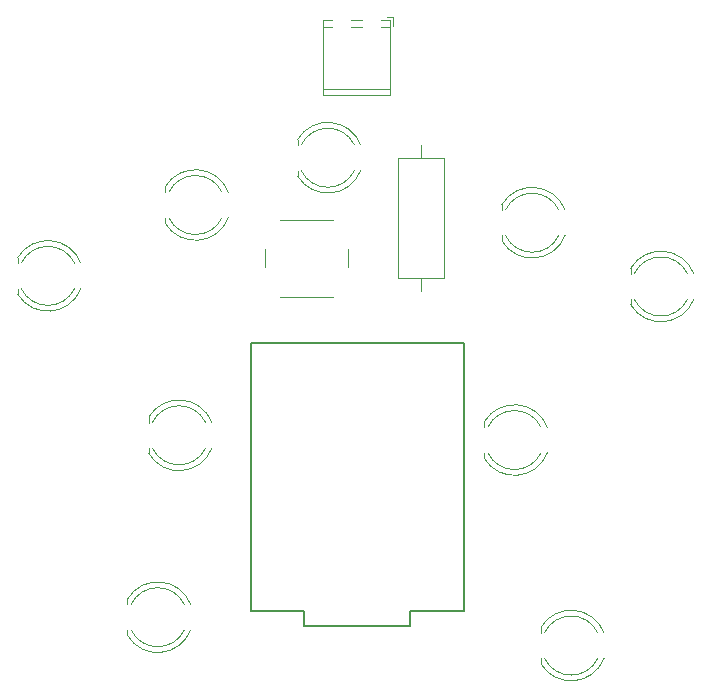
<source format=gbr>
%TF.GenerationSoftware,KiCad,Pcbnew,6.0.2+dfsg-1*%
%TF.CreationDate,2025-11-15T19:05:01+01:00*%
%TF.ProjectId,xmas,786d6173-2e6b-4696-9361-645f70636258,rev?*%
%TF.SameCoordinates,Original*%
%TF.FileFunction,Legend,Top*%
%TF.FilePolarity,Positive*%
%FSLAX46Y46*%
G04 Gerber Fmt 4.6, Leading zero omitted, Abs format (unit mm)*
G04 Created by KiCad (PCBNEW 6.0.2+dfsg-1) date 2025-11-15 19:05:01*
%MOMM*%
%LPD*%
G01*
G04 APERTURE LIST*
%ADD10C,0.120000*%
%ADD11C,0.127000*%
G04 APERTURE END LIST*
D10*
%TO.C,D9*%
X91045000Y-61555000D02*
X91045000Y-62020000D01*
X91045000Y-64180000D02*
X91045000Y-64645000D01*
X91045000Y-64644830D02*
G75*
G03*
X96392815Y-64180827I2560000J1544831D01*
G01*
X95859479Y-62019571D02*
G75*
G03*
X91350316Y-62020000I-2254479J-1080429D01*
G01*
X91350316Y-64180000D02*
G75*
G03*
X95859479Y-64180429I2254684J1080000D01*
G01*
X96392814Y-62019173D02*
G75*
G03*
X91045000Y-61555170I-2787814J-1080826D01*
G01*
%TO.C,SW1*%
X95300000Y-72350000D02*
X95300000Y-70850000D01*
X94050000Y-68350000D02*
X89550000Y-68350000D01*
X88300000Y-70850000D02*
X88300000Y-72350000D01*
X89550000Y-74850000D02*
X94050000Y-74850000D01*
%TO.C,R1*%
X101500000Y-74380000D02*
X101500000Y-73270000D01*
X103420000Y-73270000D02*
X103420000Y-63130000D01*
X99580000Y-73270000D02*
X103420000Y-73270000D01*
X101500000Y-62020000D02*
X101500000Y-63130000D01*
X103420000Y-63130000D02*
X99580000Y-63130000D01*
X99580000Y-63130000D02*
X99580000Y-73270000D01*
%TO.C,D8*%
X79835000Y-65555000D02*
X79835000Y-66020000D01*
X79835000Y-68180000D02*
X79835000Y-68645000D01*
X79835000Y-68644830D02*
G75*
G03*
X85182815Y-68180827I2560000J1544831D01*
G01*
X84649479Y-66019571D02*
G75*
G03*
X80140316Y-66020000I-2254479J-1080429D01*
G01*
X80140316Y-68180000D02*
G75*
G03*
X84649479Y-68180429I2254684J1080000D01*
G01*
X85182814Y-66019173D02*
G75*
G03*
X79835000Y-65555170I-2787814J-1080826D01*
G01*
%TO.C,D7*%
X67345000Y-71555000D02*
X67345000Y-72020000D01*
X67345000Y-74180000D02*
X67345000Y-74645000D01*
X67345000Y-74644830D02*
G75*
G03*
X72692815Y-74180827I2560000J1544831D01*
G01*
X72159479Y-72019571D02*
G75*
G03*
X67650316Y-72020000I-2254479J-1080429D01*
G01*
X67650316Y-74180000D02*
G75*
G03*
X72159479Y-74180429I2254684J1080000D01*
G01*
X72692814Y-72019173D02*
G75*
G03*
X67345000Y-71555170I-2787814J-1080826D01*
G01*
%TO.C,D6*%
X78445000Y-85055000D02*
X78445000Y-85520000D01*
X78445000Y-87680000D02*
X78445000Y-88145000D01*
X78445000Y-88144830D02*
G75*
G03*
X83792815Y-87680827I2560000J1544831D01*
G01*
X83259479Y-85519571D02*
G75*
G03*
X78750316Y-85520000I-2254479J-1080429D01*
G01*
X78750316Y-87680000D02*
G75*
G03*
X83259479Y-87680429I2254684J1080000D01*
G01*
X83792814Y-85519173D02*
G75*
G03*
X78445000Y-85055170I-2787814J-1080826D01*
G01*
%TO.C,D5*%
X76645000Y-100455000D02*
X76645000Y-100920000D01*
X76645000Y-103080000D02*
X76645000Y-103545000D01*
X76645000Y-103544830D02*
G75*
G03*
X81992815Y-103080827I2560000J1544831D01*
G01*
X81459479Y-100919571D02*
G75*
G03*
X76950316Y-100920000I-2254479J-1080429D01*
G01*
X76950316Y-103080000D02*
G75*
G03*
X81459479Y-103080429I2254684J1080000D01*
G01*
X81992814Y-100919173D02*
G75*
G03*
X76645000Y-100455170I-2787814J-1080826D01*
G01*
%TO.C,D4*%
X111645000Y-102855000D02*
X111645000Y-103320000D01*
X111645000Y-105480000D02*
X111645000Y-105945000D01*
X111645000Y-105944830D02*
G75*
G03*
X116992815Y-105480827I2560000J1544831D01*
G01*
X116459479Y-103319571D02*
G75*
G03*
X111950316Y-103320000I-2254479J-1080429D01*
G01*
X111950316Y-105480000D02*
G75*
G03*
X116459479Y-105480429I2254684J1080000D01*
G01*
X116992814Y-103319173D02*
G75*
G03*
X111645000Y-102855170I-2787814J-1080826D01*
G01*
%TO.C,D3*%
X106845000Y-85455000D02*
X106845000Y-85920000D01*
X106845000Y-88080000D02*
X106845000Y-88545000D01*
X106845000Y-88544830D02*
G75*
G03*
X112192815Y-88080827I2560000J1544831D01*
G01*
X111659479Y-85919571D02*
G75*
G03*
X107150316Y-85920000I-2254479J-1080429D01*
G01*
X107150316Y-88080000D02*
G75*
G03*
X111659479Y-88080429I2254684J1080000D01*
G01*
X112192814Y-85919173D02*
G75*
G03*
X106845000Y-85455170I-2787814J-1080826D01*
G01*
%TO.C,D2*%
X119245000Y-72455000D02*
X119245000Y-72920000D01*
X119245000Y-75080000D02*
X119245000Y-75545000D01*
X119245000Y-75544830D02*
G75*
G03*
X124592815Y-75080827I2560000J1544831D01*
G01*
X124059479Y-72919571D02*
G75*
G03*
X119550316Y-72920000I-2254479J-1080429D01*
G01*
X119550316Y-75080000D02*
G75*
G03*
X124059479Y-75080429I2254684J1080000D01*
G01*
X124592814Y-72919173D02*
G75*
G03*
X119245000Y-72455170I-2787814J-1080826D01*
G01*
%TO.C,D1*%
X108345000Y-67055000D02*
X108345000Y-67520000D01*
X108345000Y-69680000D02*
X108345000Y-70145000D01*
X108345000Y-70144830D02*
G75*
G03*
X113692815Y-69680827I2560000J1544831D01*
G01*
X113159479Y-67519571D02*
G75*
G03*
X108650316Y-67520000I-2254479J-1080429D01*
G01*
X108650316Y-69680000D02*
G75*
G03*
X113159479Y-69680429I2254684J1080000D01*
G01*
X113692814Y-67519173D02*
G75*
G03*
X108345000Y-67055170I-2787814J-1080826D01*
G01*
%TO.C,J1*%
X93970000Y-51440000D02*
X93200000Y-51440000D01*
X96510000Y-52000000D02*
X95550000Y-52000000D01*
X93200000Y-57760000D02*
X93200000Y-51440000D01*
X98860000Y-52000000D02*
X98090000Y-52000000D01*
X98860000Y-57300000D02*
X93200000Y-57300000D01*
X98860000Y-57760000D02*
X93200000Y-57760000D01*
X96510000Y-51440000D02*
X95550000Y-51440000D01*
X99100000Y-51200000D02*
X98600000Y-51200000D01*
X93970000Y-52000000D02*
X93200000Y-52000000D01*
X98860000Y-51440000D02*
X98090000Y-51440000D01*
X98860000Y-57760000D02*
X98860000Y-51440000D01*
X99100000Y-51940000D02*
X99100000Y-51200000D01*
D11*
%TO.C,U1*%
X87100000Y-78750000D02*
X105100000Y-78750000D01*
X87100000Y-78750000D02*
X87100000Y-101450000D01*
X87100000Y-101450000D02*
X91600000Y-101450000D01*
X105100000Y-78750000D02*
X105100000Y-101450000D01*
X91600000Y-102750000D02*
X100600000Y-102750000D01*
X91600000Y-102750000D02*
X91600000Y-101450000D01*
X100600000Y-102750000D02*
X100600000Y-101450000D01*
X100600000Y-101450000D02*
X105100000Y-101450000D01*
%TD*%
M02*

</source>
